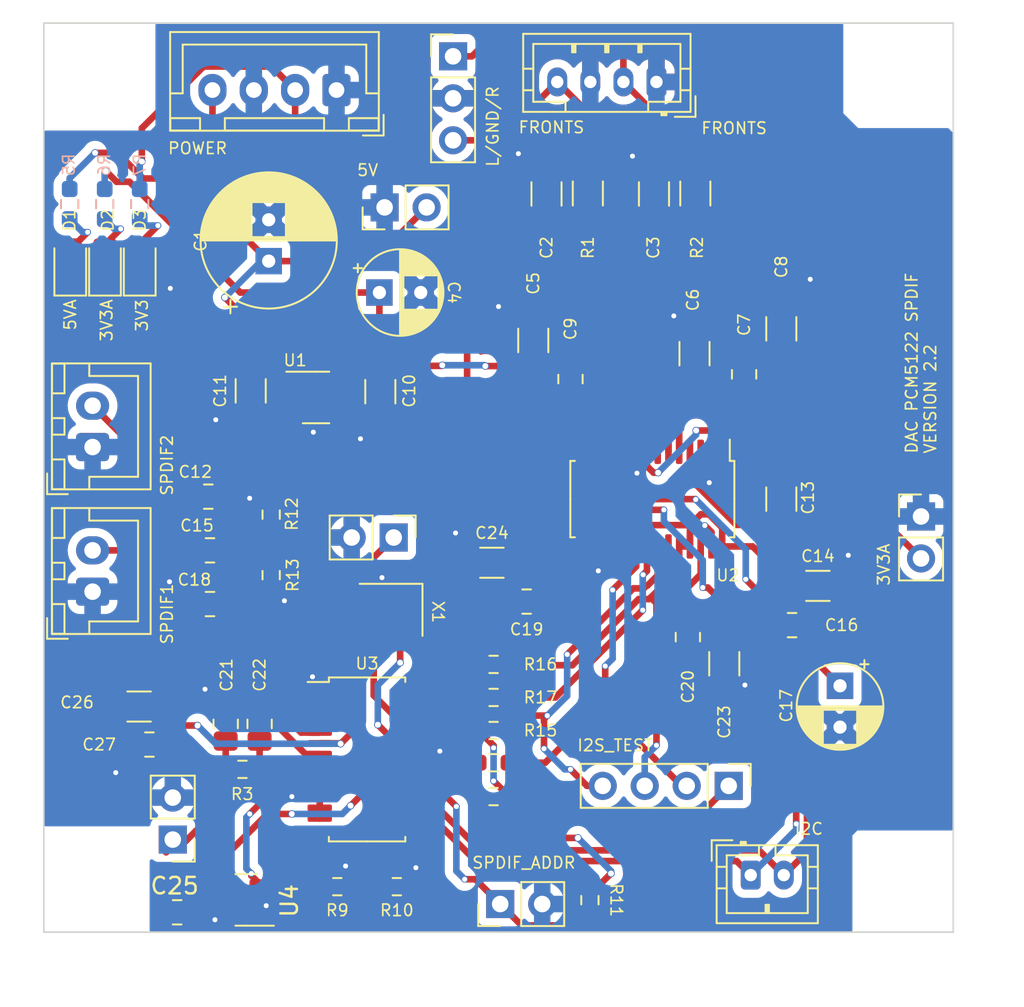
<source format=kicad_pcb>
(kicad_pcb (version 20221018) (generator pcbnew)
  (layers (0 "F.Cu" signal) (31 "B.Cu" signal) (34 "B.Paste" user) (35 "F.Paste" user) (36 "B.SilkS" user "B.Silkscreen") (37 "F.SilkS" user "F.Silkscreen") (38 "B.Mask" user) (39 "F.Mask" user) (44 "Edge.Cuts" user))
  (net 0 "")
  (net 1 "3V3")
  (net 2 "AGND")
  (net 3 "VOUT1")
  (net 4 "LEFT_FRONT")
  (net 5 "VOUT2")
  (net 6 "RIGHT_FRONT")
  (net 7 "Net-(D1-A)")
  (net 8 "Net-(D2-A)")
  (net 9 "Net-(U2-VNEG)")
  (net 10 "5V")
  (net 11 "I2S_DATA")
  (net 12 "I2S_BCLK")
  (net 13 "I2S_LRCLK")
  (net 14 "3V3A")
  (net 15 "I2S_SCLK")
  (net 16 "Net-(U2-CAPP)")
  (net 17 "Net-(U2-CAPM)")
  (net 18 "Net-(U2-LDOO)")
  (net 19 "Net-(D3-A)")
  (net 24 "SCL")
  (net 25 "SDA")
  (net 26 "Net-(U3-~{RESET})")
  (net 28 "SPDIF_P1")
  (net 29 "SPDIF_P2")
  (net 30 "Net-(U3-RXN)")
  (net 31 "Net-(U3-RXP0)")
  (net 32 "Net-(U3-RXP1)")
  (net 33 "FILT")
  (net 34 "Net-(C21-Pad1)")
  (net 35 "Net-(U3-AD0{slash}~{CS}{slash}NV{slash}RERR)")
  (net 36 "Net-(U3-AD1{slash}CDIN{slash}~{AUDIO})")
  (net 37 "Net-(J11-Pin_1)")
  (net 38 "OMCK")
  (net 40 "GPO0")
  (net 41 "Net-(U3-SDOUT)")
  (net 42 "Net-(U3-OLRCK)")
  (net 43 "Net-(U3-OSCLK)")
  (net 44 "Net-(U3-RMCK)")
  (footprint "LED_SMD:LED_0805_2012Metric_Pad1.15x1.40mm_HandSolder" (layer "F.Cu") (at 41.5 39.125 90)
    (fp_text reference "D2")
    (fp_text value "YELLOW")
  )
  (footprint "Capacitor_SMD:C_0805_2012Metric_Pad1.18x1.45mm_HandSolder" (layer "F.Cu") (at 47.85 56.4)
    (fp_text reference "C15")
    (fp_text value "0.01u")
  )
  (footprint "Capacitor_SMD:C_1206_3216Metric_Pad1.33x1.80mm_HandSolder" (layer "F.Cu") (at 82.4 53.3 90)
    (fp_text reference "C13")
    (fp_text value "2.2u")
  )
  (footprint "Resistor_SMD:R_1206_3216Metric_Pad1.30x1.75mm_HandSolder" (layer "F.Cu") (at 77.2 34.8075 -90)
    (fp_text reference "R2")
    (fp_text value "470R")
  )
  (footprint "LED_SMD:LED_0805_2012Metric_Pad1.15x1.40mm_HandSolder" (layer "F.Cu") (at 39.4 39.125 90)
    (fp_text reference "D1")
    (fp_text value "BLUE")
  )
  (footprint "Capacitor_SMD:C_1206_3216Metric_Pad1.33x1.80mm_HandSolder" (layer "F.Cu") (at 78.95 63.2625 -90)
    (fp_text reference "C23")
    (fp_text value "10u")
  )
  (footprint "Capacitor_SMD:C_1206_3216Metric_Pad1.33x1.80mm_HandSolder" (layer "F.Cu") (at 84.6125 58.55)
    (fp_text reference "C14")
    (fp_text value "10u")
  )
  (footprint "Capacitor_SMD:C_0805_2012Metric_Pad1.18x1.45mm_HandSolder" (layer "F.Cu") (at 69.65 46.0375 90)
    (fp_text reference "C9")
    (fp_text value "0.1u")
  )
  (footprint "Capacitor_SMD:C_1206_3216Metric_Pad1.33x1.80mm_HandSolder" (layer "F.Cu") (at 50.3125 46.75 -90)
    (fp_text reference "C11")
    (fp_text value "1u")
  )
  (footprint "Resistor_SMD:R_0603_1608Metric_Pad0.98x0.95mm_HandSolder" (layer "F.Cu") (at 65 63.3)
    (fp_text reference "R16")
    (fp_text value "22R")
  )
  (footprint "Package_SO:TSSOP-28_4.4x9.7mm_P0.65mm" (layer "F.Cu") (at 74.6 53.3 -90)
    (fp_text reference "U2")
    (fp_text value "PCM5122PW")
  )
  (footprint "Connector_PinHeader_2.54mm:PinHeader_1x02_P2.54mm_Vertical" (layer "F.Cu") (at 58.958163 55.622997 -90)
    (fp_text reference "J14" hide)
    (fp_text value "Conn_01x02_Pin")
  )
  (footprint "Capacitor_SMD:C_1206_3216Metric_Pad1.33x1.80mm_HandSolder" (layer "F.Cu") (at 74.7 34.8375 -90)
    (fp_text reference "C3")
    (fp_text value "2.2n")
  )
  (footprint "Resistor_SMD:R_0603_1608Metric_Pad0.98x0.95mm_HandSolder" (layer "F.Cu") (at 59.15 76.75 180)
    (fp_text reference "R10")
    (fp_text value "4.7K")
  )
  (footprint "Resistor_SMD:R_0603_1608Metric_Pad0.98x0.95mm_HandSolder" (layer "F.Cu") (at 55.55 76.75 180)
    (fp_text reference "R9")
    (fp_text value "4.7K")
  )
  (footprint "Resistor_SMD:R_1206_3216Metric_Pad1.30x1.75mm_HandSolder" (layer "F.Cu") (at 70.7 34.8075 -90)
    (fp_text reference "R1")
    (fp_text value "470R")
  )
  (footprint "Capacitor_SMD:C_1206_3216Metric_Pad1.33x1.80mm_HandSolder" (layer "F.Cu") (at 43.5625 65.85)
    (fp_text reference "C26")
    (fp_text value "10u")
  )
  (footprint "Resistor_SMD:R_0603_1608Metric_Pad0.98x0.95mm_HandSolder" (layer "F.Cu") (at 51.55 57.9 -90)
    (fp_text reference "R13")
    (fp_text value "75R")
  )
  (footprint "Resistor_SMD:R_0603_1608Metric_Pad0.98x0.95mm_HandSolder" (layer "F.Cu") (at 70.825332 77.565989 -90)
    (fp_text reference "R11")
    (fp_text value "4.7K")
  )
  (footprint "Connector_JST:JST_PH_B2B-PH-K_1x02_P2.00mm_Vertical" (layer "F.Cu") (at 80.55 76.05)
    (fp_text reference "J4" hide)
    (fp_text value "Conn_01x02_Male")
  )
  (footprint "Capacitor_SMD:C_1206_3216Metric_Pad1.33x1.80mm_HandSolder" (layer "F.Cu") (at 82.4 43 90)
    (fp_text reference "C8")
    (fp_text value "10u")
  )
  (footprint "Package_TO_SOT_SMD:TSOT-23-5" (layer "F.Cu") (at 54.2625 47.15)
    (fp_text reference "U1")
    (fp_text value "NCV8161")
  )
  (footprint "Capacitor_SMD:C_0805_2012Metric_Pad1.18x1.45mm_HandSolder" (layer "F.Cu") (at 48.8 66.9 90)
    (fp_text reference "C21")
    (fp_text value "22n")
  )
  (footprint "Capacitor_THT:CP_Radial_D8.0mm_P2.50mm" (layer "F.Cu") (at 51.4 38.9 90)
    (fp_text reference "C1")
    (fp_text value " 330u 16V")
  )
  (footprint "Capacitor_SMD:C_0805_2012Metric_Pad1.18x1.45mm_HandSolder" (layer "F.Cu") (at 47.85 59.65)
    (fp_text reference "C18")
    (fp_text value "0.01u")
  )
  (footprint "Oscillator:Oscillator_SMD_Abracon_ASE-4Pin_3.2x2.5mm" (layer "F.Cu") (at 58.8 60 180)
    (fp_text reference "X1")
    (fp_text value "ASE-xxxMHz")
  )
  (footprint "Connector_JST:JST_XH_B2B-XH-A_1x02_P2.50mm_Vertical" (layer "F.Cu") (at 40.75 58.9 90)
    (fp_text reference "J9" hide)
    (fp_text value "Conn_01x02_Male")
  )
  (footprint "Package_SO:TSSOP-28_4.4x9.7mm_P0.65mm" (layer "F.Cu") (at 57.35 69.05)
    (fp_text reference "U3")
    (fp_text value "CS8416-xZZ")
  )
  (footprint "Capacitor_SMD:C_0805_2012Metric_Pad1.18x1.45mm_HandSolder" (layer "F.Cu") (at 80.15 45.75 -90)
    (fp_text reference "C7")
    (fp_text value "0.1u")
  )
  (footprint "Capacitor_THT:CP_Radial_D5.0mm_P2.50mm" (layer "F.Cu") (at 85.95 64.594888 -90)
    (fp_text reference "C17")
    (fp_text value "100u 16V")
  )
  (footprint "Connector_PinHeader_2.54mm:PinHeader_1x03_P2.54mm_Vertical" (layer "F.Cu") (at 62.55 26.51)
    (fp_text reference "J1" hide)
    (fp_text value "Conn_01x03_Male")
  )
  (footprint "Resistor_SMD:R_0603_1608Metric_Pad0.98x0.95mm_HandSolder" (layer "F.Cu") (at 49.8125 69.65)
    (fp_text reference "R3")
    (fp_text value "3K")
  )
  (footprint "Resistor_SMD:R_0603_1608Metric_Pad0.98x0.95mm_HandSolder" (layer "F.Cu") (at 65 67.3)
    (fp_text reference "R15")
    (fp_text value "22R")
  )
  (footprint "Connector_PinHeader_2.54mm:PinHeader_1x02_P2.54mm_Vertical" (layer "F.Cu") (at 65.4 77.8 90)
    (fp_text reference "J11" hide)
    (fp_text value "Conn_01x02_Pin")
  )
  (footprint "MountingHole:MountingHole_3.2mm_M3" (layer "F.Cu") (at 90.3 77)
    (fp_text reference "H4" hide)
    (fp_text value "MountingHole")
  )
  (footprint "Capacitor_SMD:C_1206_3216Metric_Pad1.33x1.80mm_HandSolder" (layer "F.Cu") (at 58.15 46.8 -90)
    (fp_text reference "C10")
    (fp_text value "1u")
  )
  (footprint "Resistor_SMD:R_0603_1608Metric_Pad0.98x0.95mm_HandSolder" (layer "F.Cu") (at 65 71.3 180)
    (fp_text reference "R8" hide)
    (fp_text value "47K")
  )
  (footprint "Connector_PinHeader_2.54mm:PinHeader_1x02_P2.54mm_Vertical" (layer "F.Cu") (at 45.6 73.9 180)
    (fp_text reference "J15" hide)
    (fp_text value "Conn_01x02_Pin")
  )
  (footprint "Resistor_SMD:R_0603_1608Metric_Pad0.98x0.95mm_HandSolder" (layer "F.Cu") (at 51.55 54.2375 90)
    (fp_text reference "R12")
    (fp_text value "75R")
  )
  (footprint "Connector_PinHeader_2.54mm:PinHeader_1x02_P2.54mm_Vertical" (layer "F.Cu") (at 58.41 35.65 90)
    (fp_text reference "J8" hide)
    (fp_text value "Conn_01x02_Pin")
  )
  (footprint "Capacitor_THT:CP_Radial_D5.0mm_P2.50mm" (layer "F.Cu") (at 58.094888 40.8)
    (fp_text reference "C4")
    (fp_text value "100u 16V")
  )
  (footprint "Capacitor_SMD:C_1206_3216Metric_Pad1.33x1.80mm_HandSolder" (layer "F.Cu") (at 77.15 44.5 -90)
    (fp_text reference "C6")
    (fp_text value "2.2u")
  )
  (footprint "Capacitor_SMD:C_0805_2012Metric_Pad1.18x1.45mm_HandSolder" (layer "F.Cu") (at 67 59.5 180)
    (fp_text reference "C19")
    (fp_text value "0.1u")
  )
  (footprint "MountingHole:MountingHole_3.2mm_M3" (layer "F.Cu") (at 40.3 27)
    (fp_text reference "H1" hide)
    (fp_text value "MountingHole")
  )
  (footprint "Capacitor_SMD:C_0805_2012Metric_Pad1.18x1.45mm_HandSolder" (layer "F.Cu") (at 44.1875 68.15)
    (fp_text reference "C27")
    (fp_text value "0.1u")
  )
  (footprint "Capacitor_SMD:C_1206_3216Metric_Pad1.33x1.80mm_HandSolder" (layer "F.Cu") (at 68.2 34.8375 -90)
    (fp_text reference "C2")
    (fp_text value "2.2n")
  )
  (footprint "Capacitor_SMD:C_0805_2012Metric_Pad1.18x1.45mm_HandSolder" (layer "F.Cu") (at 45.8625 78.3 180)
    (fp_text reference "C25")
    (fp_text value "0.1u")
  )
  (footprint "LED_SMD:LED_0805_2012Metric_Pad1.15x1.40mm_HandSolder" (layer "F.Cu") (at 43.6 39.125 90)
    (fp_text reference "D3")
    (fp_text value "YELLOW")
  )
  (footprint "Connector_JST:JST_XH_B2B-XH-A_1x02_P2.50mm_Vertical" (layer "F.Cu") (at 40.75 50.15 90)
    (fp_text reference "J7" hide)
    (fp_text value "Conn_01x02_Male")
  )
  (footprint "Package_TO_SOT_SMD:SOT-23" (layer "F.Cu") (at 50.0375 77.55 180)
    (fp_text reference "U4")
    (fp_text value "MCP130")
  )
  (footprint "Resistor_SMD:R_0603_1608Metric_Pad0.98x0.95mm_HandSolder" (layer "F.Cu") (at 65 69.25)
    (fp_text reference "R18" hide)
    (fp_text value "22R")
  )
  (footprint "Connector_PinHeader_2.54mm:PinHeader_1x02_P2.54mm_Vertical" (layer "F.Cu") (at 90.85 54.35)
    (fp_text reference "J6" hide)
    (fp_text value "Conn_01x02_Pin")
  )
  (footprint "Connector_JST:JST_XH_B4B-XH-A_1x04_P2.50mm_Vertical" (layer "F.Cu") (at 55.5 28.55 180)
    (fp_text reference "J3" hide)
    (fp_text value "Conn_01x04_Pin")
  )
  (footprint "Capacitor_SMD:C_0805_2012Metric_Pad1.18x1.45mm_HandSolder" (layer "F.Cu") (at 50.85 66.9 -90)
    (fp_text reference "C22")
    (fp_text value "1n")
  )
  (footprint "Capacitor_SMD:C_1206_3216Metric_Pad1.33x1.80mm_HandSolder" (layer "F.Cu") (at 64.9 57.15 180)
    (fp_text reference "C24")
    (fp_text value "10u")
  )
  (footprint "MountingHole:MountingHole_3.2mm_M3" (layer "F.Cu") (at 40.3 77)
    (fp_text reference "H3" hide)
    (fp_text value "MountingHole")
  )
  (footprint "Resistor_SMD:R_0603_1608Metric_Pad0.98x0.95mm_HandSolder" (layer "F.Cu") (at 65 65.3)
    (fp_text reference "R17")
    (fp_text value "22R")
  )
  (footprint "Capacitor_SMD:C_1206_3216Metric_Pad1.33x1.80mm_HandSolder" (layer "F.Cu") (at 67.4 43.7 90)
    (fp_text reference "C5")
    (fp_text value "10u")
  )
  (footprint "Connector_PinHeader_2.54mm:PinHeader_1x04_P2.54mm_Vertical" (layer "F.Cu") (at 79.22 70.65 -90)
    (fp_text reference "J2" hide)
    (fp_text value "Conn_01x04_Pin")
  )
  (footprint "Capacitor_SMD:C_0805_2012Metric_Pad1.18x1.45mm_HandSolder" (layer "F.Cu") (at 47.75 53.15)
    (fp_text reference "C12")
    (fp_text value "0.01u")
  )
  (footprint "Capacitor_SMD:C_0805_2012Metric_Pad1.18x1.45mm_HandSolder" (layer "F.Cu") (at 76.75 61.65 -90)
    (fp_text reference "C20")
    (fp_text value "0.1u")
  )
  (footprint "MountingHole:MountingHole_3.2mm_M3" (layer "F.Cu") (at 90.05 27.25)
    (fp_text reference "H2" hide)
    (fp_text value "MountingHole")
  )
  (footprint "Connector_JST:JST_PH_B4B-PH-K_1x04_P2.00mm_Vertical" (layer "F.Cu") (at 74.85 28.06 180)
    (fp_text reference "J12" hide)
    (fp_text value "Conn_01x04_Pin")
  )
  (footprint "Capacitor_SMD:C_0805_2012Metric_Pad1.18x1.45mm_HandSolder" (layer "F.Cu") (at 83.05 60.925 180)
    (fp_text reference "C16")
    (fp_text value "0.1u")
  )
  (footprint "Resistor_SMD:R_0603_1608Metric_Pad0.98x0.95mm_HandSolder" (layer "B.Cu") (at 43.6 35.45 -90)
    (fp_text reference "R7")
    (fp_text value "430R")
  )
  (footprint "Resistor_SMD:R_0603_1608Metric_Pad0.98x0.95mm_HandSolder" (layer "B.Cu") (at 41.4825 35.45 -90)
    (fp_text reference "R6")
    (fp_text value "430R")
  )
  (footprint "Resistor_SMD:R_0603_1608Metric_Pad0.98x0.95mm_HandSolder" (layer "B.Cu") (at 39.365 35.45 -90)
    (fp_text reference "R5")
    (fp_text value "1K")
  )
  (gr_line (start 92.8 24.5) (end 92.8 79.5) (stroke (width 0.1)) (layer "Edge.Cuts"))
  (gr_line (start 92.8 79.5) (end 37.8 79.5) (stroke (width 0.1)) (layer "Edge.Cuts"))
  (gr_line (start 37.8 24.5) (end 92.8 24.5) (stroke (width 0.1)) (layer "Edge.Cuts"))
  (gr_line (start 37.8 79.5) (end 37.8 24.5) (stroke (width 0.1)) (layer "Edge.Cuts"))
  (gr_text "FRONTS" (at 66.45 30.81) (layer "F.SilkS") (effects (font (size 0.7 0.7) (thickness 0.1)) (justify left)))
  (gr_text "5V" (at 56.685 33.4) (layer "F.SilkS") (effects (font (size 0.7 0.7) (thickness 0.1)) (justify left)))
  (gr_text "5VA" (at 39.4 43.15 90) (layer "F.SilkS") (effects (font (size 0.7 0.7) (thickness 0.1)) (justify left)))
  (gr_text "POWER" (at 45.25 32.075) (layer "F.SilkS") (effects (font (size 0.7 0.7) (thickness 0.1)) (justify left)))
  (gr_text "3V3A" (at 41.6 43.816667 90) (layer "F.SilkS") (effects (font (size 0.7 0.7) (thickness 0.1)) (justify left)))
  (gr_text "I2C\n" (at 83.15 73.25) (layer "F.SilkS") (effects (font (size 0.7 0.7) (thickness 0.1)) (justify left)))
  (gr_text "FRONTS" (at 77.5 30.86) (layer "F.SilkS") (effects (font (size 0.7 0.7) (thickness 0.1)) (justify left)))
  (gr_text "DAC PCM5122 SPDIF\nVERSION 2.2" (at 90.85 50.6 90) (layer "F.SilkS") (effects (font (size 0.7 0.7) (thickness 0.1)) (justify left)))
  (gr_text "SPDIF_ADDR" (at 63.65 75.3) (layer "F.SilkS") (effects (font (size 0.7 0.7) (thickness 0.1)) (justify left)))
  (gr_text "L/GND/R" (at 64.95 33.25 90) (layer "F.SilkS") (effects (font (size 0.7 0.7) (thickness 0.1)) (justify left)))
  (gr_text "I2S_TEST" (at 70 68.2) (layer "F.SilkS") (effects (font (size 0.7 0.7) (thickness 0.1)) (justify left)))
  (gr_text "SPDIF2" (at 45.25 53.15 90) (layer "F.SilkS") (effects (font (size 0.7 0.7) (thickness 0.1)) (justify left)))
  (gr_text "3V3A" (at 88.6 58.6 90) (layer "F.SilkS") (effects (font (size 0.7 0.7) (thickness 0.1)) (justify left)))
  (gr_text "3V3" (at 43.735 43.216667 90) (layer "F.SilkS") (effects (font (size 0.7 0.7) (thickness 0.1)) (justify left)))
  (gr_text "SPDIF1" (at 45.25 62.15 90) (layer "F.SilkS") (effects (font (size 0.7 0.7) (thickness 0.1)) (justify left)))
  (segment (start 62.15 33.5) (end 63.4 34.75) (width 0.4) (layer "F.Cu") (net 1))
  (segment (start 59.347182 68.075) (end 59.125 68.075) (width 0.4) (layer "F.Cu") (net 1))
  (segment (start 53 31) (end 55.5 33.5) (width 0.4) (layer "F.Cu") (net 1))
  (segment (start 48.575 77.125) (end 49.1 77.65) (width 0.4) (layer "F.Cu") (net 1))
  (segment (start 58.975 69.225) (end 59.175 69.225) (width 0.4) (layer "F.Cu") (net 1))
  (segment (start 63.4 34.75) (end 63.4 53.65) (width 0.4) (layer "F.Cu") (net 1))
  (segment (start 80.6625 56.1625) (end 83.05 58.55) (width 0.4) (layer "F.Cu") (net 1))
  (segment (start 71.025 57.027818) (end 68.552818 59.5) (width 0.4) (layer "F.Cu") (net 1))
  (segment (start 78.825 55.025001) (end 78.019341 54.219342) (width 0.4) (layer "F.Cu") (net 1))
  (segment (start 51.576247 27.126247) (end 47.460716 27.126247) (width 0.4) (layer "F.Cu") (net 1))
  (segment (start 44.825 78.3) (end 46 77.125) (width 0.4) (layer "F.Cu") (net 1))
  (segment (start 68.552818 59.5) (end 68.0375 59.5) (width 0.4) (layer "F.Cu") (net 1))
  (segment (start 63.4 53.65) (end 62.35 54.7) (width 0.4) (layer "F.Cu") (net 1))
  (segment (start 49.1 74.569239) (end 49.1 77.65) (width 0.4) (layer "F.Cu") (net 1))
  (segment (start 59.125 68.075) (end 58 66.95) (width 0.4) (layer "F.Cu") (net 1))
  (segment (start 60.5 60.825) (end 61.75 59.575) (width 0.4) (layer "F.Cu") (net 1))
  (segment (start 66.4625 57.15) (end 66.4625 57.925) (width 0.4) (layer "F.Cu") (net 1))
  (segment (start 59.325 69.375) (end 60.2125 69.375) (width 0.4) (layer "F.Cu") (net 1))
  (segment (start 72.747182 54.875) (end 76.875 54.875) (width 0.4) (layer "F.Cu") (net 1))
  (segment (start 59.025 69.075) (end 59.175 69.225) (width 0.4) (layer "F.Cu") (net 1))
  (segment (start 53 28.55) (end 51.576247 27.126247) (width 0.4) (layer "F.Cu") (net 1))
  (segment (start 59.347182 68.075) (end 59.025 68.397182) (width 0.4) (layer "F.Cu") (net 1))
  (segment (start 83.05 58.55) (end 83.05 59.8875) (width 0.4) (layer "F.Cu") (net 1))
  (segment (start 71.396511 76.653489) (end 72.1 75.95) (width 0.4) (layer "F.Cu") (net 1))
  (segment (start 78.825 56.1625) (end 78.825 55.025001) (width 0.4) (layer "F.Cu") (net 1))
  (segment (start 53 28.55) (end 53 31) (width 0.4) (layer "F.Cu") (net 1))
  (segment (start 64.0125 54.7) (end 66.4625 57.15) (width 0.4) (layer "F.Cu") (net 1))
  (segment (start 70.1 73.8) (end 66.6 73.8) (width 0.4) (layer "F.Cu") (net 1))
  (segment (start 71.025 56.1625) (end 71.025 55.297182) (width 0.4) (layer "F.Cu") (net 1))
  (segment (start 60.2125 69.375) (end 62.175 69.375) (width 0.4) (layer "F.Cu") (net 1))
  (segment (start 61.75 55.3) (end 62.35 54.7) (width 0.4) (layer "F.Cu") (net 1))
  (segment (start 56.35 71.85) (end 58.975 69.225) (width 0.4) (layer "F.Cu") (net 1))
  (segment (start 43.727298 30.859665) (end 43.727298 32.872702) (width 0.4) (layer "F.Cu") (net 1))
  (segment (start 59.35 63.2) (end 59.35 61.325) (width 0.4) (layer "F.Cu") (net 1))
  (segment (start 72.325 55.297182) (end 72.747182 54.875) (width 0.4) (layer "F.Cu") (net 1))
  (segment (start 77.530658 54.219342) (end 76.875 54.875) (width 0.4) (layer "F.Cu") (net 1))
  (segment (start 52.8 72.35) (end 51.319239 72.35) (width 0.4) (layer "F.Cu") (net 1))
  (segment (start 60.2125 68.075) (end 59.347182 68.075) (width 0.4) (layer "F.Cu") (net 1))
  (segment (start 62.175 69.375) (end 64.1 71.3) (width 0.4) (layer "F.Cu") (net 1))
  (segment (start 59.025 68.397182) (end 59.025 69.075) (width 0.4) (layer "F.Cu") (net 1))
  (segment (start 46 77.125) (end 48.575 77.125) (width 0.4) (layer "F.Cu") (net 1))
  (segment (start 72.325 56.1625) (end 72.325 55.297182) (width 0.4) (layer "F.Cu") (net 1))
  (segment (start 61.75 59.575) (end 61.75 55.3) (width 0.4) (layer "F.Cu") (net 1))
  (segment (start 70.825332 76.653489) (end 71.396511 76.653489) (width 0.4) (layer "F.Cu") (net 1))
  (segment (start 59.175 69.225) (end 59.325 69.375) (width 0.4) (layer "F.Cu") (net 1))
  (segment (start 59.85 60.825) (end 60.5 60.825) (width 0.4) (layer "F.Cu") (net 1))
  (segment (start 62.35 54.7) (end 64.0125 54.7) (width 0.4) (layer "F.Cu") (net 1))
  (segment (start 55.5 33.5) (end 62.15 33.5) (width 0.4) (layer "F.Cu") (net 1))
  (segment (start 78.019341 54.219342) (end 77.530658 54.219342) (width 0.4) (layer "F.Cu") (net 1))
  (segment (start 76.875 56.1625) (end 76.225 56.1625) (width 0.4) (layer "F.Cu") (net 1))
  (segment (start 78.825 56.1625) (end 80.6625 56.1625) (width 0.4) (layer "F.Cu") (net 1))
  (segment (start 71.025 56.1625) (end 71.025 57.027818) (width 0.4) (layer "F.Cu") (net 1))
  (segment (start 71.447182 54.875) (end 72.747182 54.875) (width 0.4) (layer "F.Cu") (net 1))
  (segment (start 76.875 54.875) (end 76.875 56.1625) (width 0.4) (layer "F.Cu") (net 1))
  (segment (start 51.319239 72.35) (end 49.1 74.569239) (width 0.4) (layer "F.Cu") (net 1))
  (segment (start 66.6 73.8) (end 64.1 71.3) (width 0.4) (layer "F.Cu") (net 1))
  (segment (start 59.35 61.325) (end 59.85 60.825) (width 0.4) (layer "F.Cu") (net 1))
  (segment (start 83.05 59.8875) (end 82.0125 60.925) (width 0.4) (layer "F.Cu") (net 1))
  (segment (start 47.460716 27.126247) (end 43.727298 30.859665) (width 0.4) (layer "F.Cu") (net 1))
  (segment (start 71.025 55.297182) (end 71.447182 54.875) (width 0.4) (layer "F.Cu") (net 1))
  (segment (start 82.28505 60.925) (end 85.95 64.58995) (width 0.4) (layer "F.Cu") (net 1))
  (segment (start 66.4625 57.925) (end 68.0375 59.5) (width 0.4) (layer "F.Cu") (net 1))
  (via (at 43.727298 32.872702) (size 0.45) (drill 0.35) (layers "F.Cu" "B.Cu") (net 1))
  (via (at 59.35 63.2) (size 0.45) (drill 0.35) (layers "F.Cu" "B.Cu") (net 1))
  (via (at 58 66.95) (size 0.45) (drill 0.35) (layers "F.Cu" "B.Cu") (net 1))
  (via (at 72.1 75.95) (size 0.45) (drill 0.35) (layers "F.Cu" "B.Cu") (net 1))
  (via (at 70.1 73.8) (size 0.45) (drill 0.35) (layers "F.Cu" "B.Cu") (net 1))
  (via (at 56.35 71.85) (size 0.45) (drill 0.35) (layers "F.Cu" "B.Cu") (net 1))
  (via (at 52.8 72.35) (size 0.45) (drill 0.35) (layers "F.Cu" "B.Cu") (net 1))
  (segment (start 43.6 33) (end 43.727298 32.872702) (width 0.4) (layer "B.Cu") (net 1))
  (segment (start 55.85 72.35) (end 56.35 71.85) (width 0.4) (layer "B.Cu") (net 1))
  (segment (start 52.8 72.35) (end 55.85 72.35) (width 0.4) (layer "B.Cu") (net 1))
  (segment (start 72.1 75.95) (end 72.1 75.8) (width 0.4) (layer "B.Cu") (net 1))
  (segment (start 72.1 75.8) (end 70.1 73.8) (width 0.4) (layer "B.Cu") (net 1))
  (segment (start 58 64.55) (end 59.35 63.2) (width 0.4) (layer "B.Cu") (net 1))
  (segment (start 43.6 34.5375) (end 43.6 33) (width 0.4) (layer "B.Cu") (net 1))
  (segment (start 58 66.95) (end 58 64.55) (width 0.4) (layer "B.Cu") (net 1))
  (segment (start 80.15 44.7125) (end 80.15 43.6875) (width 0.4) (layer "F.Cu") (net 2))
  (segment (start 54.4875 71.975) (end 54.4875 71.325) (width 0.4) (layer "F.Cu") (net 2))
  (segment (start 54.4875 71.325) (end 52.825 71.325) (width 0.4) (layer "F.Cu") (net 2))
  (segment (start 78.175 55.297182) (end 77.775832 54.898014) (width 0.4) (layer "F.Cu") (net 2))
  (segment (start 78.95 64.825) (end 79.925 64.825) (width 0.4) (layer "F.Cu") (net 2))
  (segment (start 51.7125 58.8125) (end 52.35 59.45) (width 0.4) (layer "F.Cu") (net 2))
  (segment (start 56.4625 75.9125) (end 56.05 75.5) (width 0.4) (layer "F.Cu") (net 2))
  (segment (start 71.675 56.1625) (end 71.675 57.297058) (width 0.4) (layer "F.Cu") (net 2))
  (segment (start 60.2125 68.725) (end 61.575 68.725) (width 0.4) (layer "F.Cu") (net 2))
  (segment (start 77.15 42.9375) (end 76.62212 42.9375) (width 0.4) (layer "F.Cu") (net 2))
  (segment (start 67.4 42.1375) (end 65.7875 42.1375) (width 0.4) (layer "F.Cu") (net 2))
  (segment (start 79.925 64.825) (end 80.2 64.55) (width 0.4) (layer "F.Cu") (net 2))
  (segment (start 57.75 59.175) (end 57.75 58.55) (width 0.4) (layer "F.Cu") (net 2))
  (segment (start 51.55 53.325) (end 50.325 53.325) (width 0.4) (layer "F.Cu") (net 2))
  (segment (start 50.975 78.6) (end 50.975 78.175) (width 0.4) (layer "F.Cu") (net 2))
  (segment (start 48.2 78.75) (end 48.1 78.65) (width 0.4) (layer "F.Cu") (net 2))
  (segment (start 54.4875 64.825) (end 54.4875 64.4875) (width 0.4) (layer "F.Cu") (net 2))
  (segment (start 54.4875 70.675) (end 54.4875 71.325) (width 0.4) (layer "F.Cu") (net 2))
  (segment (start 71.675 57.297058) (end 71.33248 57.639578) (width 0.4) (layer "F.Cu") (net 2))
  (segment (start 60.0625 76.75) (end 60.0625 75.8375) (width 0.4) (layer "F.Cu") (net 2))
  (segment (start 67.375 33.275) (end 66.5 32.4) (width 0.4) (layer "F.Cu") (net 2))
  (segment (start 50.325 53.325) (end 50.25 53.25) (width 0.4) (layer "F.Cu") (net 2))
  (segment (start 77.525 50.4375) (end 77.525 51.786522) (width 0.4) (layer "F.Cu") (net 2))
  (segment (start 65.7875 42.1375) (end 65.3 41.65) (width 0.4) (layer "F.Cu") (net 2))
  (segment (start 68.2 33.275) (end 67.375 33.275) (width 0.4) (layer "F.Cu") (net 2))
  (segment (start 52.825 71.325) (end 52.8 71.3) (width 0.4) (layer "F.Cu") (net 2))
  (segment (start 77.525 51.786522) (end 78.044239 52.305761) (width 0.4) (layer "F.Cu") (net 2))
  (segment (start 54.4875 64.4875) (end 54.05 64.05) (width 0.4) (layer "F.Cu") (net 2))
  (segment (start 53.125 47.15) (end 53.7875 47.15) (width 0.4) (layer "F.Cu") (net 2))
  (segment (start 63.3375 57.15) (end 63.3375 55.9875) (width 0.4) (layer "F.Cu") (net 2))
  (segment (start 76.8125 62.6875) (end 78.95 64.825) (width 0.4) (layer "F.Cu") (net 2))
  (segment (start 48.15 78.7) (end 48.15 78.75) (width 0.4) (layer "F.Cu") (net 2))
  (segment (start 86.175 58.55) (end 86.175 56.975) (width 0.4) (layer "F.Cu") (net 2))
  (segment (start 43.15 67) (end 42 65.85) (width 0.4) (layer "F.Cu") (net 2))
  (segment (start 54.4875 64.825) (end 54.4875 65.475) (width 0.4) (layer "F.Cu") (net 2))
  (segment (start 48.15 78.75) (end 48.2 78.75) (width 0.4) (layer "F.Cu") (net 2))
  (segment (start 61.575 68.725) (end 61.75 68.55) (width 0.4) (layer "F.Cu") (net 2))
  (segment (start 53.622182 68.725) (end 54.4875 68.725) (width 0.4) (layer "F.Cu") (net 2))
  (segment (start 74.125 33.275) (end 73.4 32.55) (width 0.4) (layer "F.Cu") (net 2))
  (segment (start 41.5 40.15) (end 43.6 40.15) (width 0.4) (layer "F.Cu") (net 2))
  (segment (start 77.775832 54.898014) (end 77.771226 54.898014) (width 0.4) (layer "F.Cu") (net 2))
  (segment (start 84.0875 60.6375) (end 86.175 58.55) (width 0.4) (layer "F.Cu") (net 2))
  (segment (start 69.65 45) (end 69.65 44.3875) (width 0.4) (layer "F.Cu") (net 2))
  (segment (start 54.2375 49.1125) (end 54.1 49.25) (width 0.4) (layer "F.Cu") (net 2))
  (segment (start 54.4875 72.625) (end 54.4875 71.975) (width 0.4) (layer "F.Cu") (net 2))
  (segment (start 47.75 78.3) (end 48.15 78.7) (width 0.4) (layer "F.Cu") (net 2))
  (segment (start 50.975 78.175) (end 51.25 77.9) (width 0.4) (layer "F.Cu") (net 2))
  (segment (start 39.4 40.15) (end 41.5 40.15) (width 0.4) (layer "F.Cu") (net 2))
  (segment (start 56.4625 76.75) (end 56.4625 75.9125) (width 0.4) (layer "F.Cu") (net 2))
  (segment (start 51.2 65.8125) (end 49.15 65.8125) (width 0.4) (layer "F.Cu") (net 2))
  (segment (start 50.85 65.952818) (end 53.622182 68.725) (width 0.4) (layer "F.Cu") (net 2))
  (segment (start 69.65 44.3875) (end 67.4 42.1375) (width 0.4) (layer "F.Cu") (net 2))
  (segment (start 73.625 51.683578) (end 73.670711 51.729289) (width 0.4) (layer "F.Cu") (net 2))
  (segment (start 60.0625 75.8375) (end 60.3 75.6) (width 0.4) (layer "F.Cu") (net 2))
  (segment (start 57.75 58.55) (end 58.25 58.05) (width 0.4) (layer "F.Cu") (net 2))
  (segment (start 46.75 59.65) (end 45.4 58.3) (width 0.4) (layer "F.Cu") (net 2))
  (segment (start 86.175 56.975) (end 86.45 56.7) (width 0.4) (layer "F.Cu") (net 2))
  (segment (start 46.9 78.3) (end 47.75 78.3) (width 0.4) (layer "F.Cu") (net 2))
  (segment (start 73.625 50.4375) (end 73.625 51.683578) (width 0.4) (layer "F.Cu") (net 2))
  (segment (start 43.15 68.85) (end 42.15 69.85) (width 0.4) (layer "F.Cu") (net 2))
  (segment (start 43.15 68.15) (end 43.15 68.85) (width 0.4) (layer "F.Cu") (net 2))
  (segment (start 50.3125 48.3125) (end 48.3875 48.3125) (width 0.4) (layer "F.Cu") (net 2))
  (segment (start 54.2375 47.6) (end 54.2375 49.1125) (width 0.4) (layer "F.Cu") (net 2))
  (segment (start 45.05 40.15) (end 45.45 40.55) (width 0.4) (layer "F.Cu") (net 2))
  (segment (start 72.975 50.4375) (end 73.625 50.4375) (width 0.4) (layer "F.Cu") (net 2))
  (segment (start 78.175 56.1625) (end 78.175 55.297182) (width 0.4) (layer "F.Cu") (net 2))
  (segment (start 43.15 68.15) (end 43.15 67) (width 0.4) (layer "F.Cu") (net 2))
  (segment (start 76.62212 42.9375) (end 75.9 42.21538) (width 0.4) (layer "F.Cu") (net 2))
  (segment (start 53.7875 47.15) (end 54.2375 47.6) (width 0.4) (layer "F.Cu") (net 2))
  (segment (start 48.3875 48.3125) (end 48.2 48.5) (width 0.4) (layer "F.Cu") (net 2))
  (segment (start 43.6 40.15) (end 45.05 40.15) (width 0.4) (layer "F.Cu") (net 2))
  (segment (start 63.3375 55.9875) (end 62.7 55.35) (width 0.4) (layer "F.Cu") (net 2))
  (segment (start 65.6875 59.5) (end 63.3375 57.15) (width 0.4) (layer "F.Cu") (net 2))
  (segment (start 48.6125 65.8625) (end 47.55 64.8) (width 0.4) (layer "F.Cu") (net 2))
  (segment (start 82.7125 41.4375) (end 84.15 40) (width 0.4) (layer "F.Cu") (net 2))
  (segment (start 80.15 43.6875) (end 82.4 41.4375) (width 0.4) (layer "F.Cu") (net 2))
  (segment (start 58.15 48.45) (end 56.95 49.65) (width 0.4) (layer "F.Cu") (net 2))
  (via (at 84.15 40) (size 0.4) (drill 0.3) (layers "F.Cu" "B.Cu") (net 2))
  (via (at 48.2 48.5) (size 0.4) (drill 0.3) (layers "F.Cu" "B.Cu") (net 2))
  (via (at 58.25 58.05) (size 0.4) (drill 0.3) (layers "F.Cu" "B.Cu") (net 2))
  (via (at 61.75 68.55) (size 0.4) (drill 0.3) (layers "F.Cu" "B.Cu") (net 2))
  (via (at 60.3 75.6) (size 0.4) (drill 0.3) (layers "F.Cu" "B.Cu") (net 2))
  (via (at 62.7 55.35) (size 0.4) (drill 0.3) (layers "F.Cu" "B.Cu") (net 2))
  (via (at 45.4 58.3) (size 0.4) (drill 0.3) (layers "F.Cu" "B.Cu") (net 2))
  (via (at 77.771226 54.898014) (size 0.4) (drill 0.3) (layers "F.Cu" "B.Cu") (net 2))
  (via (at 48.15 78.75) (size 0.4) (drill 0.3) (layers "F.Cu" "B.Cu") (net 2))
  (via (at 80.2 64.55) (size 0.4) (drill 0.3) (layers "F.Cu" "B.Cu") (net 2))
  (via (at 66.5 32.4) (size 0.4) (drill 0.3) (layers "F.Cu" "B.Cu") (net 2))
  (via (at 73.670711 51.729289) (size 0.4) (drill 0.3) (layers "F.Cu" "B.Cu") (net 2))
  (via (at 75.9 42.21538) (size 0.4) (drill 0.3) (layers "F.Cu" "B.Cu") (net 2))
  (via (at 47.55 64.8) (size 0.4) (drill 0.3) (layers "F.Cu" "B.Cu") (net 2))
  (via (at 52.35 59.45) (size 0.4) (drill 0.3) (layers "F.Cu" "B.Cu") (net 2))
  (via (at 86.45 56.7) (size 0.4) (drill 0.3) (layers "F.Cu" "B.Cu") (net 2))
  (via (at 51.25 77.9) (size 0.4) (drill 0.3) (layers "F.Cu" "B.Cu") (net 2))
  (via (at 52.8 71.3) (size 0.4) (drill 0.3) (layers "F.Cu" "B.Cu") (net 2))
  (via (at 78.044239 52.305761) (size 0.4) (drill 0.3) (layers "F.Cu" "B.Cu") (net 2))
  (via (at 71.33248 57.639578) (size 0.4) (drill 0.3) (layers "F.Cu" "B.Cu") (net 2))
  (via (at 54.1 49.25) (size 0.4) (drill 0.3) (layers "F.Cu" "B.Cu") (net 2))
  (via (at 73.4 32.55) (size 0.4) (drill 0.3) (layers "F.Cu" "B.Cu") (net 2))
  (via (at 54.05 64.05) (size 0.4) (drill 0.3) (layers "F.Cu" "B.Cu") (net 2))
  (via (at 42.15 69.85) (size 0.4) (drill 0.3) (layers "F.Cu" "B.Cu") (net 2))
  (via (at 65.3 41.65) (size 0.4) (drill 0.3) (layers "F.Cu" "B.Cu") (net 2))
  (via (at 45.45 40.55) (size 0.4) (drill 0.3) (layers "F.Cu" "B.Cu") (net 2))
  (via (at 56.05 75.5) (size 0.4) (drill 0.3) (layers "F.Cu" "B.Cu") (net 2))
  (via (at 50.25 53.25) (size 0.4) (drill 0.3) (layers "F.Cu" "B.Cu") (net 2))
  (via (at 56.95 49.65) (size 0.4) (drill 0.3) (layers "F.Cu" "B.Cu") (net 2))
  (segment (start 75.25 48.708705) (end 75.575 49.033705) (width 0.4) (layer "F.Cu") (net 3))
  (segment (start 75.575 49.033705) (end 75.575 50.4375) (width 0.4) (layer "F.Cu") (net 3))
  (segment (start 74.7 36.4) (end 75.25 36.95) (width 0.4) (layer "F.Cu") (net 3))
  (segment (start 74.7 36.4) (end 77.1575 36.4) (width 0.4) (layer "F.Cu") (net 3))
  (segment (start 75.25 36.95) (end 75.25 48.708705) (width 0.4) (layer "F.Cu") (net 3))
  (segment (start 77.2 32.41) (end 72.85 28.06) (width 0.4) (layer "F.Cu") (net 4))
  (segment (start 72.85 26.55) (end 72.85 28.06) (width 0.4) (layer "F.Cu") (net 4))
  (segment (start 63.69 26.51) (end 65.2 25) (width 0.4) (layer "F.Cu") (net 4))
  (segment (start 62.55 26.51) (end 63.69 26.51) (width 0.4) (layer "F.Cu") (net 4))
  (segment (start 77.2 33.2575) (end 77.2 32.41) (width 0.4) (layer "F.Cu") (net 4))
  (segment (start 71.3 25) (end 72.85 26.55) (width 0.4) (layer "F.Cu") (net 4))
  (segment (start 65.2 25) (end 71.3 25) (width 0.4) (layer "F.Cu") (net 4))
  (segment (start 73.1 38.7575) (end 70.7 36.3575) (width 0.4) (layer "F.Cu") (net 5))
  (segment (start 73.1 47.477944) (end 73.1 38.7575) (width 0.4) (layer "F.Cu") (net 5))
  (segment (start 74.925 49.302944) (end 73.1 47.477944) (width 0.4) (layer "F.Cu") (net 5))
  (segment (start 74.925 50.4375) (end 74.925 49.302944) (width 0.4) (layer "F.Cu") (net 5))
  (segment (start 70.7 36.3575) (end 68.2425 36.3575) (width 0.4) (layer "F.Cu") (net 5))
  (segment (start 62.55 31.59) (end 65.32 31.59) (width 0.4) (layer "F.Cu") (net 6))
  (segment (start 70.7 33.2575) (end 70.7 29.91) (width 0.4) (layer "F.Cu") (net 6))
  (segment (start 65.32 31.59) (end 68.85 28.06) (width 0.4) (layer "F.Cu") (net 6))
  (segment (start 70.7 29.91) (end 68.85 28.06) (width 0.4) (layer "F.Cu") (net 6))
  (segment (start 39.5 38.1) (end 40.45 37.15) (width 0.4) (layer "F.Cu") (net 7))
  (via (at 40.45 37.15) (size 0.4) (drill 0.3) (layers "F.Cu" "B.Cu") (net 7))
  (segment (start 40.45 37.15) (end 40.1525 37.15) (width 0.4) (layer "B.Cu") (net 7))
  (segment (start 40.1525 37.15) (end 39.365 36.3625) (width 0.4) (layer "B.Cu") (net 7))
  (segment (start 41.5 37.9) (end 42.45 36.95) (width 0.4) (layer "F.Cu") (net 8))
  (via (at 42.45 36.95) (size 0.4) (drill 0.3) (layers "F.Cu" "B.Cu") (net 8))
  (segment (start 42.07 36.95) (end 41.4825 36.3625) (width 0.4) (layer "B.Cu") (net 8))
  (segment (start 42.45 36.95) (end 42.07 36.95) (width 0.4) (layer "B.Cu") (net 8))
  (segment (start 77.15 46.0625) (end 76.225 46.9875) (width 0.4) (layer "F.Cu") (net 9))
  (segment (start 76.225 46.9875) (end 76.225 50.4375) (width 0.4) (layer "F.Cu") (net 9))
  (segment (start 42.250001 32.35) (end 43.800001 33.9) (width 0.4) (layer "F.Cu") (net 10))
  (segment (start 53.125 46.2) (end 52.05 46.2) (width 0.4) (layer "F.Cu") (net 10))
  (segment (start 51.325 46.2) (end 50.3125 45.1875) (width 0.4) (layer "F.Cu") (net 10))
  (segment (start 50.3125 42.6625) (end 50.3125 45.1875) (width 0.4) (layer "F.Cu") (net 10))
  (segment (start 57.7 38.9) (end 60.95 35.65) (width 0.4) (layer "F.Cu") (net 10))
  (segment (start 40.9 32.35) (end 42.250001 32.35) (width 0.4) (layer "F.Cu") (net 10))
  (segment (start 48.75 41.1) (end 50.3125 42.6625) (width 0.4) (layer "F.Cu") (net 10))
  (segment (start 43.800001 33.9) (end 48 33.9) (width 0.4) (layer "F.Cu") (net 10))
  (segment (start 52.05 46.2) (end 51.325 46.2) (width 0.4) (layer "F.Cu") (net 10))
  (segment (start 52.0125 47.65) (end 52.0125 46.2375) (width 0.4) (layer "F.Cu") (net 10))
  (segment (start 52.0125 46.2375) (end 52.05 46.2) (width 0.4) (layer "F.Cu") (net 10))
  (segment (start 48 28.55) (end 48 33.9) (width 0.4) (layer "F.Cu") (net 10))
  (segment (start 48 35.5) (end 51.4 38.9) (width 0.4) (layer "F.Cu") (net 10))
  (segment (start 52.4625 48.1) (end 52.0125 47.65) (width 0.4) (layer "F.Cu") (net 10))
  (segment (start 51.4 38.9) (end 57.7 38.9) (width 0.4) (layer "F.Cu") (net 10))
  (segment (start 48 33.9) (end 48 35.5) (width 0.4) (layer "F.Cu") (net 10))
  (segment (start 53.125 48.1) (end 52.4625 48.1) (width 0.4) (layer "F.Cu") (net 10))
  (via (at 40.9 32.35) (size 0.45) (drill 0.35) (layers "F.Cu" "B.Cu") (net 10))
  (via (at 48.75 41.1) (size 0.45) (drill 0.35) (layers "F.Cu" "B.Cu") (net 10))
  (segment (start 39.365 34.5375) (end 39.365 33.885) (width 0.4) (layer "B.Cu") (net 10))
  (segment (start 50.95 38.9) (end 48.75 41.1) (width 0.4) (layer "B.Cu") (net 10))
  (segment (start 39.365 33.885) (end 40.9 32.35) (width 0.4) (layer "B.Cu") (net 10))
  (segment (start 71.6 70.65) (end 70.65 70.65) (width 0.4) (layer "F.Cu") (net 11))
  (segment (start 74.312293 58.526184) (end 74.263991 58.526184) (width 0.4) (layer "F.Cu") (net 11))
  (segment (start 74.090175 58.7) (end 73.45 58.7) (width 0.4) (layer "F.Cu") (net 11))
  (segment (start 70.65 70.65) (end 69.65 69.65) (width 0.4) (layer "F.Cu") (net 11))
  (segment (start 68.05 66.6) (end 68.25 66.4) (width 0.4) (layer "F.Cu") (net 11))
  (segment (start 73.45 58.7) (end 69.45 62.7) (width 0.4) (layer "F.Cu") (net 11))
  (segment (start 66.8125 66.4) (end 65.9125 67.3) (width 0.4) (layer "F.Cu") (net 11))
  (segment (start 68.25 66.4) (end 66.8125 66.4) (width 0.4) (layer "F.Cu") (net 11))
  (segment (start 74.263991 58.526184) (end 74.090175 58.7) (width 0.4) (layer "F.Cu") (net 11))
  (segment (start 74.925 56.1625) (end 74.925 57.913477) (width 0.4) (layer "F.Cu") (net 11))
  (segment (start 74.925 57.913477) (end 74.312293 58.526184) (width 0.4) (layer "F.Cu") (net 11))
  (segment (start 68.05 68.4) (end 68.05 66.6) (width 0.4) (layer "F.Cu") (net 11))
  (via (at 68.25 66.4) (size 0.4) (drill 0.3) (layers "F.Cu" "B.Cu") (net 11))
  (via (at 69.45 62.7) (size 0.4) (drill 0.3) (layers "F.Cu" "B.Cu") (net 11))
  (via (at 68.05 68.4) (size 0.4) (drill 0.3) (layers "F.Cu" "B.Cu") (net 11))
  (via (at 69.65 69.65) (size 0.4) (drill 0.3) (layers "F.Cu" "B.Cu") (net 11))
  (segment (start 69.3 69.65) (end 68.05 68.4) (width 0.4) (layer "B.Cu") (net 11))
  (segment (start 69.45 62.7) (end 69.45 65.2) (width 0.4) (layer "B.Cu") (net 11))
  (segment (start 69.45 65.2) (end 68.25 66.4) (width 0.4) (layer "B.Cu") (net 11))
  (segment (start 69.65 69.65) (end 69.3 69.65) (width 0.4) (layer "B.Cu") (net 11))
  (segment (start 73.3 60.738479) (end 74.020926 60.017553) (width 0.4) (layer "F.Cu") (net 12))
  (segment (start 76.68 70.65) (end 76.380761 70.65) (width 0.4) (layer "F.Cu") (net 12))
  (segment (start 68.738479 65.3) (end 74.020926 60.017553) (width 0.4) (layer "F.Cu") (net 12))
  (segment (start 76.380761 70.65) (end 73.3 67.569239) (width 0.4) (layer "F.Cu") (net 12))
  (segment (start 73.3 67.569239) (end 73.3 60.738479) (width 0.4) (layer "F.Cu") (net 12))
  (segment (start 74.275 57.644239) (end 74.043055 57.876184) (width 0.4) (layer "F.Cu") (net 12))
  (segment (start 65.9125 65.3) (end 68.738479 65.3) (width 0.4) (layer "F.Cu") (net 12))
  (segment (start 74.275 56.1625) (end 74.275 57.644239) (width 0.4) (layer "F.Cu") (net 12))
  (via (at 74.043055 57.876184) (size 0.4) (drill 0.3) (layers "F.Cu" "B.Cu") (net 12))
  (via (at 74.020926 60.017553) (size 0.4) (drill 0.3) (layers "F.Cu" "B.Cu") (net 12))
  (segment (start 74.020926 57.898313) (end 74.043055 57.876184) (width 0.4) (layer "B.Cu") (net 12))
  (segment (start 74.020926 60.017553) (end 74.020926 57.898313) (width 0.4) (layer "B.Cu") (net 12))
  (segment (start 74.85 59.6) (end 74.503857 59.253857) (width 0.4) (layer "F.Cu") (net 13))
  (segment (start 74.503857 59.253857) (end 75.575 58.182715) (width 0.4) (layer "F.Cu") (net 13))
  (segment (start 65.9625 63.35) (end 69.769238 63.35) (width 0.4) (layer "F.Cu") (net 13))
  (segment (start 69.769238 63.35) (end 73.769238 59.35) (width 0.4) (layer "F.Cu") (net 13))
  (segment (start 74.407715 59.35) (end 74.503857 59.253857) (width 0.4) (layer "F.Cu") (net 13))
  (segment (start 73.769238 59.35) (end 74.407715 59.35) (width 0.4) (layer "F.Cu") (net 13))
  (segment (start 75.575 58.182715) (end 75.575 56.1625) (width 0.4) (layer "F.Cu") (net 13))
  (segment (start 74.85 68.2) (end 74.85 59.6) (width 0.4) (layer "F.Cu") (net 13))
  (via (at 74.85 68.2) (size 0.4) (drill 0.3) (layers "F.Cu" "B.Cu") (net 13))
  (segment (start 74.14 70.65) (end 74.14 68.91) (width 0.4) (layer "B.Cu") (net 13))
  (segment (start 74.14 68.91) (end 74.85 68.2) (width 0.4) (layer "B.Cu") (net 13))
  (segment (start 56.325 67.525) (end 56.325 60.505634) (width 0.4) (layer "F.Cu") (net 14))
  (segment (start 56.65 49.030762) (end 56.65 46.2) (width 0.4) (layer "F.Cu") (net 14))
  (segment (start 74.672182 51.7) (end 74.275 51.302818) (width 0.4) (layer "F.Cu") (net 14))
  (segment (start 78.825 49.572182) (end 78.402818 49.15) (width 0.4) (layer "F.Cu") (net 14))
  (segment (start 80.15 46.7875) (end 80.15 49.1125) (width 0.4) (layer "F.Cu") (net 14))
  (segment (start 42.980762 34.1) (end 49.680762 40.8) (width 0.4) (layer "F.Cu") (net 14))
  (segment (start 56.325 60.505634) (end 54.95 59.130634) (width 0.4) (layer "F.Cu") (net 14))
  (segment (start 78.402818 49.15) (end 77.25 49.15) (width 0.4) (layer "F.Cu") (net 14))
  (segment (start 84.3975 50.4375) (end 90.85 56.89) (width 0.4) (layer "F.Cu") (net 14))
  (segment (start 71.777818 47.075) (end 69.65 47.075) (width 0.4) (layer "F.Cu") (net 14))
  (segment (start 58.094888 40.8) (end 58.094888 45.182388) (width 0.4) (layer "F.Cu") (net 14))
  (segment (start 54.4875 68.075) (end 55.725 68.075) (width 0.4) (layer "F.Cu") (net 14))
  (segment (start 74.95 51.7) (end 74.672182 51.7) (width 0.4) (layer "F.Cu") (net 14))
  (segment (start 78.825 50.4375) (end 78.825 49.572182) (width 0.4) (layer "F.Cu") (net 14))
  (segment (start 49.680762 40.8) (end 58.094888 40.8) (width 0.4) (layer "F.Cu") (net 14))
  (segment (start 47.1 67) (end 46.275 67) (width 0.4) (layer "F.Cu") (net 14))
  (segment (start 74.275 49.572182) (end 71.777818 47.075) (width 0.4) (layer "F.Cu") (net 14))
  (segment (start 58.15 45.2375) (end 61.8625 45.2375) (width 0.4) (layer "F.Cu") (net 14))
  (segment (start 55.725 68.075) (end 55.75 68.1) (width 0.4) (layer "F.Cu") (net 14))
  (segment (start 78.825 50.4375) (end 84.3975 50.4375) (width 0.4) (layer "F.Cu") (net 14))
  (segment (start 56.65 46.2) (end 57.1875 46.2) (width 0.4) (layer "F.Cu") (net 14))
  (segment (start 74.275 50.4375) (end 74.275 49.572182) (width 0.4) (layer "F.Cu") (net 14))
  (segment (start 64.5 45.25) (end 67.3875 45.25) (width 0.4) (layer "F.Cu") (net 14))
  (segment (start 41.55 33.45) (end 42.2 34.1) (width 0.4) (layer "F.Cu") (net 14))
  (segment (start 46.275 67) (end 45.125 65.85) (width 0.4) (layer "F.Cu") (net 14))
  (segment (start 55.75 68.1) (end 56.325 67.525) (width 0.4) (layer "F.Cu") (net 14))
  (segment (start 45.125 65.85) (end 45.125 68.05) (width 0.4) (layer "F.Cu") (net 14))
  (segment (start 42.2 34.1) (end 42.980762 34.1) (width 0.4) (layer "F.Cu") (net 14))
  (segment (start 54.95 59.130634) (end 54.95 50.730762) (width 0.4) (layer "F.Cu") (net 14))
  (segment (start 57.1875 46.2) (end 58.15 45.2375) (width 0.4) (layer "F.Cu") (net 14))
  (segment (start 80.15 49.1125) (end 78.825 50.4375) (width 0.4) (layer "F.Cu") (net 14))
  (segment (start 80.175 46.7875) (end 82.4 44.5625) (width 0.4) (layer "F.Cu") (net 14))
  (segment (start 55.4 46.2) (end 56.65 46.2) (width 0.4) (layer "F.Cu") (net 14))
  (segment (start 67.8375 45.2625) (end 69.65 47.075) (width 0.4) (layer "F.Cu") (net 14))
  (segment (start 61.8625 45.2375) (end 61.9 45.2) (width 0.4) (layer "F.Cu") (net 14))
  (segment (start 74.275 51.302818) (end 74.275 50.4375) (width 0.4) (layer "F.Cu") (net 14))
  (segment (start 54.95 50.730762) (end 56.65 49.030762) (width 0.4) (layer "F.Cu") (net 14))
  (via (at 55.75 68.1) (size 0.45) (drill 0.35) (layers "F.Cu" "B.Cu") (net 14))
  (via (at 77.25 49.15) (size 0.45) (drill 0.35) (layers "F.Cu" "B.Cu") (net 14))
  (via (at 47.1 67) (size 0.45) (drill 0.35) (layers "F.Cu" "B.Cu") (net 14))
  (via (at 61.9 45.2) (size 0.45) (drill 0.35) (layers "F.Cu" "B.Cu") (net 14))
  (via (at 41.55 33.45) (size 0.45) (drill 0.35) (layers "F.Cu" "B.Cu") (net 14))
  (via (at 74.95 51.7) (size 0.45) (drill 0.35) (layers "F.Cu" "B.Cu") (net 14))
  (via (at 64.5 45.25) (size 0.45) (drill 0.35) (layers "F.Cu" "B.Cu") (net 14))
  (segment (start 48.2 68.1) (end 47.1 67) (width 0.4) (layer "B.Cu") (net 14))
  (segment (start 77.25 49.15) (end 77.25 49.4) (width 0.4) (layer "B.Cu") (net 14))
  (segment (start 77.25 49.4) (end 74.95 51.7) (width 0.4) (layer "B.Cu") (net 14))
  (segment (start 41.4825 33.5175) (end 41.55 33.45) (width 0.4) (layer "B.Cu") (net 14))
  (segment (start 55.75 68.1) (end 48.2 68.1) (width 0.4) (layer "B.Cu") (net 14))
  (segment (start 41.4825 34.5375) (end 41.4825 33.5175) (width 0.4) (layer "B.Cu") (net 14))
  (segment (start 64.45 45.2) (end 64.5 45.25) (width 0.4) (layer "B.Cu") (net 14))
  (segment (start 61.9 45.2) (end 64.45 45.2) (width 0.4) (layer "B.Cu") (net 14))
  (segment (start 73.625 56.1625) (end 73.625 57.375) (width 0.4) (layer "F.Cu") (net 15))
  (segment (start 68.119239 69.25) (end 65.9125 69.25) (width 0.4) (layer "F.Cu") (net 15))
  (segment (start 73.625 57.375) (end 72.2 58.8) (width 0.4) (layer "F.Cu") (net 15))
  (segment (start 71.75 63.4) (end 71.75 65.619239) (width 0.4) (layer "F.Cu") (net 15))
  (segment (start 79.22 70.65) (end 77.72 72.15) (width 0.4) (layer "F.Cu") (net 15))
  (segment (start 71.75 65.619239) (end 68.119239 69.25) (width 0.4) (layer "F.Cu") (net 15))
  (segment (start 77.72 72.15) (end 70.15 72.15) (width 0.4) (layer "F.Cu") (net 15))
  (segment (start 70.15 72.15) (end 67.25 69.25) (width 0.4) (layer "F.Cu") (net 15))
  (segment (start 67.25 69.25) (end 65.9125 69.25) (width 0.4) (layer "F.Cu") (net 15))
  (via (at 71.75 63.4) (size 0.4) (drill 0.3) (layers "F.Cu" "B.Cu") (net 15))
  (via (at 72.2 58.8) (size 0.4) (drill 0.3) (layers "F.Cu" "B.Cu") (net 15))
  (segment (start 72.2 62.95) (end 72.2 58.8) (width 0.4) (layer "B.Cu") (net 15))
  (segment (start 71.75 63.4) (end 72.2 62.95) (width 0.4) (layer "B.Cu") (net 15))
  (segment (start 82.4 51.7375) (end 78.609682 51.7375) (width 0.4) (layer "F.Cu") (net 16))
  (segment (start 78.175 51.302818) (end 78.175 50.4375) (width 0.4) (layer "F.Cu") (net 16))
  (segment (start 78.609682 51.7375) (end 78.175 51.302818) (width 0.4) (layer "F.Cu") (net 16))
  (segment (start 79.681739 54.8625) (end 76.875 52.055761) (width 0.4) (layer "F.Cu") (net 17))
  (segment (start 82.4 54.8625) (end 79.681739 54.8625) (width 0.4) (layer "F.Cu") (net 17))
  (segment (start 76.875 52.055761) (end 76.875 50.4375) (width 0.4) (layer "F.Cu") (net 17))
  (segment (start 76.75 60.6125) (end 77.8625 60.6125) (width 0.4) (layer "F.Cu") (net 18))
  (segment (start 76.75 58.630761) (end 76.75 60.6125) (width 0.4) (layer "F.Cu") (net 18))
  (segment (start 77.525 56.1625) (end 77.525 57.855761) (width 0.4) (layer "F.Cu") (net 18))
  (segment (start 77.8625 60.6125) (end 78.95 61.7) (width 0.4) (layer "F.Cu") (net 18))
  (segment (start 77.525 57.855761) (end 76.75 58.630761) (width 0.4) (layer "F.Cu") (net 18))
  (segment (start 43.6 37.85) (end 44.7 36.75) (width 0.4) (layer "F.Cu") (net 19))
  (via (at 44.7 36.75) (size 0.4) (drill 0.3) (layers "F.Cu" "B.Cu") (net 19))
  (segment (start 44.7 36.75) (end 43.9875 36.75) (width 0.4) (layer "B.Cu") (net 19))
  (segment (start 43.9875 36.75) (end 43.6 36.3625) (width 0.4) (layer "B.Cu") (net 19))
  (segment (start 61.355762 72.625) (end 63.930762 75.2) (width 0.4) (layer "F.Cu") (net 24))
  (segment (start 79.7 75.2) (end 80.55 76.05) (width 0.4) (layer "F.Cu") (net 24))
  (segment (start 71.675 51.694238) (end 73.930762 53.95) (width 0.4) (layer "F.Cu") (net 24))
  (segment (start 77.65 58.65) (end 77.95245 58.65) (width 0.4) (layer "F.Cu") (net 24))
  (segment (start 73.930762 53.95) (end 75.3 53.95) (width 0.4) (layer "F.Cu") (net 24))
  (segment (start 80.3 61.95) (end 83.3 64.95) (width 0.4) (layer "F.Cu") (net 24))
  (segment (start 63.930762 75.2) (end 79.7 75.2) (width 0.4) (layer "F.Cu") (net 24))
  (segment (start 77.95245 58.65) (end 80.3 60.99755) (width 0.4) (layer "F.Cu") (net 24))
  (segment (start 71.675 50.4375) (end 71.675 51.694238) (width 0.4) (layer "F.Cu") (net 24))
  (segment (start 83.3 64.95) (end 83.3 72.95) (width 0.4) (layer "F.Cu") (net 24))
  (segment (start 60.2125 72.625) (end 61.355762 72.625) (width 0.4) (layer "F.Cu") (net 24))
  (segment (start 80.3 60.99755) (end 80.3 61.95) (width 0.4) (layer "F.Cu") (net 24))
  (via (at 83.3 72.95) (size 0.4) (drill 0.3) (layers "F.Cu" "B.Cu") (net 24))
  (via (at 77.65 58.65) (size 0.4) (drill 0.3) (layers "F.Cu" "B.Cu") (net 24))
  (via (at 75.3 53.95) (size 0.4) (drill 0.3) (layers "F.Cu" "B.Cu") (net 24))
  (segment (start 77.65 57) (end 77.65 58.65) (width 0.4) (layer "B.Cu") (net 24))
  (segment (start 83.3 73.3) (end 83.3 72.95) (width 0.4) (layer "B.Cu") (net 24))
  (segment (start 75.3 54.65) (end 77.65 57) (width 0.4) (layer "B.Cu") (net 24))
  (segment (start 75.3 53.95) (end 75.3 54.65) (width 0.4) (layer "B.Cu") (net 24))
  (segment (start 80.55 76.05) (end 83.3 73.3) (width 0.4) (layer "B.Cu") (net 24))
  (segment (start 64.2 74.55) (end 81.05 74.55) (width 0.4) (layer "F.Cu") (net 25))
  (segment (start 74.322182 53.3) (end 72.325 51.302818) (width 0.4) (layer "F.Cu") (net 25))
  (segment (start 82.55 76.05) (end 83.95 74.65) (width 0.4) (layer "F.Cu") (net 25))
  (segment (start 77.200707 53.3) (end 74.322182 53.3) (width 0.4) (layer "F.Cu") (net 25))
  (segment (start 83.95 74.65) (end 83.95 64.66495) (width 0.4) (layer "F.Cu") (net 25))
  (segment (start 77.225354 53.324647) (end 77.200707 53.3) (width 0.4) (layer "F.Cu") (net 25))
  (segment (start 61.625 71.975) (end 64.2 74.55) (width 0.4) (layer "F.Cu") (net 25))
  (segment (start 60.2125 71.975) (end 61.625 71.975) (width 0.4) (layer "F.Cu") (net 25))
  (segment (start 72.325 51.302818) (end 72.325 50.4375) (width 0.4) (layer "F.Cu") (net 25))
  (segment (start 80.95 58.85) (end 80.25 58.15) (width 0.4) (layer "F.Cu") (net 25))
  (segment (start 83.95 64.66495) (end 80.95 61.66495) (width 0.4) (layer "F.Cu") (net 25))
  (segment (start 81.05 74.55) (end 82.55 76.05) (width 0.4) (layer "F.Cu") (net 25))
  (segment (start 80.95 61.66495) (end 80.95 58.85) (width 0.4) (layer "F.Cu") (net 25))
  (via (at 77.225354 53.324647) (size 0.4) (drill 0.3) (layers "F.Cu" "B.Cu") (net 25))
  (via (at 80.25 58.15) (size 0.4) (drill 0.3) (layers "F.Cu" "B.Cu") (net 25))
  (segment (start 77.225354 53.324647) (end 80.25 56.349293) (width 0.4) (layer "B.Cu") (net 25))
  (segment (start 80.25 56.349293) (end 80.25 58.15) (width 0.4) (layer "B.Cu") (net 25))
  (segment (start 54.4875 70.025) (end 52.574998 70.025) (width 0.4) (layer "F.Cu") (net 26))
  (segment (start 50.35 76.075) (end 50.975 76.7) (width 0.4) (layer "F.Cu") (net 26))
  (segment (start 54.4875 70.025) (end 55.352818 70.025) (width 0.4) (layer "F.Cu") (net 26))
  (segment (start 52.574998 70.025) (end 50.249998 72.35) (width 0.4) (layer "F.Cu") (net 26))
  (segment (start 50.35 75.95) (end 50.35 76.075) (width 0.4) (layer "F.Cu") (net 26))
  (via (at 50.249998 72.35) (size 0.4) (drill 0.3) (layers "F.Cu" "B.Cu") (net 26))
  (via (at 50.35 75.95) (size 0.4) (drill 0.3) (layers "F.Cu" "B.Cu") (net 26))
  (segment (start 50.05 75.65) (end 50.05 72.549998) (width 0.4) (layer "B.Cu") (net 26))
  (segment (start 50.05 72.549998) (end 50.249998 72.35) (width 0.4) (layer "B.Cu") (net 26))
  (segment (start 50.35 75.95) (end 50.05 75.65) (width 0.4) (layer "B.Cu") (net 26))
  (segment (start 49.7875 55.225) (end 47.9875 55.225) (width 0.4) (layer "F.Cu") (net 28))
  (segment (start 40.75 56.4) (end 46.8125 56.4) (width 0.4) (layer "F.Cu") (net 28))
  (segment (start 47.9875 55.225) (end 46.8125 56.4) (width 0.4) (layer "F.Cu") (net 28))
  (segment (start 51.55 56.9875) (end 49.7875 55.225) (width 0.4) (layer "F.Cu") (net 28))
  (segment (start 46.25 53.15) (end 46.7125 53.15) (width 0.4) (layer "F.Cu") (net 29))
  (segment (start 50.725 54.325) (end 47.8875 54.325) (width 0.4) (layer "F.Cu") (net 29))
  (segment (start 51.55 55.15) (end 50.725 54.325) (width 0.4) (layer "F.Cu") (net 29))
  (segment (start 47.8875 54.325) (end 46.7125 53.15) (width 0.4) (layer "F.Cu") (net 29))
  (segment (start 40.75 47.65) (end 46.25 53.15) (width 0.4) (layer "F.Cu") (net 29))
  (segment (start 52.55 63.3125) (end 52.55 66.622057) (width 0.4) (layer "F.Cu") (net 30))
  (segment (start 48.8875 59.65) (end 52.55 63.3125) (width 0.4) (layer "F.Cu") (net 30))
  (segment (start 52.55 66.622057) (end 53.352944 67.425) (width 0.4) (layer "F.Cu") (net 30))
  (segment (start 53.352944 67.425) (end 54.4875 67.425) (width 0.4) (layer "F.Cu") (net 30))
  (segment (start 54.4875 66.775) (end 53.622182 66.775) (width 0.4) (layer "F.Cu") (net 31))
  (segment (start 48.8875 57.84755) (end 48.8875 56.4) (width 0.4) (layer "F.Cu") (net 31))
  (segment (start 53.2 66.352818) (end 53.2 62.16005) (width 0.4) (layer "F.Cu") (net 31))
  (segment (start 53.622182 66.775) (end 53.2 66.352818) (width 0.4) (layer "F.Cu") (net 31))
  (segment (start 53.2 62.16005) (end 48.8875 57.84755) (width 0.4) (layer "F.Cu") (net 31))
  (segment (start 49.55 52.3875) (end 52.072272 52.3875) (width 0.4) (layer "F.Cu") (net 32))
  (segment (start 55.352818 66.125) (end 54.4875 66.125) (width 0.4) (layer "F.Cu") (net 32))
  (segment (start 52.072272 52.3875) (end 54.3 54.615228) (width 0.4) (layer "F.Cu") (net 32))
  (segment (start 55.675 65.802818) (end 55.352818 66.125) (width 0.4) (layer "F.Cu") (net 32))
  (segment (start 48.7875 53.15) (end 49.55 52.3875) (width 0.4) (layer "F.Cu") (net 32))
  (segment (start 54.3 63.122182) (end 55.675 64.497182) (width 0.4) (layer "F.Cu") (net 32))
  (segment (start 55.675 64.497182) (end 55.675 65.802818) (width 0.4) (layer "F.Cu") (net 32))
  (segment (start 54.3 54.615228) (end 54.3 63.122182) (width 0.4) (layer "F.Cu") (net 32))
  (segment (start 46.175 74.2) (end 50.725 69.65) (width 0.4) (layer "F.Cu") (net 33))
  (segment (start 54.4875 69.375) (end 51 69.375) (width 0.4) (layer "F.Cu") (net 33))
  (segment (start 45.2 74.675) (end 45.2 74.2) (width 0.4) (layer "F.Cu") (net 33))
  (segment (start 50.85 67.9375) (end 50.85 69.525) (width 0.4) (layer "F.Cu") (net 33))
  (segment (start 45.2 74.2) (end 46.175 74.2) (width 0.4) (layer "F.Cu") (net 33))
  (segment (start 51 69.375) (end 50.725 69.65) (width 0.4) (layer "F.Cu") (net 33))
  (segment (start 48.8 67.9375) (end 48.8 69.55) (width 0.4) (layer "F.Cu") (net 34))
  (segment (start 54.6375 76.75) (end 54.6375 73.425) (width 0.4) (layer "F.Cu") (net 35))
  (segment (start 54.6375 73.425) (end 54.4875 73.275) (width 0.4) (layer "F.Cu") (net 35))
  (segment (start 58.2375 76.75) (end 58.2375 75.25) (width 0.4) (layer "F.Cu") (net 36))
  (segment (start 58.2375 75.25) (end 60.2125 73.275) (width 0.4) (layer "F.Cu") (net 36))
  (segment (start 60.2125 71.325) (end 62.175 71.325) (width 0.4) (layer "F.Cu") (net 37))
  (segment (start 66.695344 79.095344) (end 65.4 77.8) (width 0.4) (layer "F.Cu") (net 37))
  (segment (start 70.825332 78.478489) (end 70.208477 79.095344) (width 0.4) (layer "F.Cu") (net 37))
  (segment (start 63.9 76.3) (end 65.4 77.8) (width 0.4) (layer "F.Cu") (net 37))
  (segment (start 70.208477 79.095344) (end 66.695344 79.095344) (width 0.4) (layer "F.Cu") (net 37))
  (segment (start 63.25 76.3) (end 63.9 76.3) (width 0.4) (layer "F.Cu") (net 37))
  (segment (start 62.175 71.325) (end 62.75 71.9) (width 0.4) (layer "F.Cu") (net 37))
  (via (at 62.75 71.9) (size 0.4) (drill 0.3) (layers "F.Cu" "B.Cu") (net 37))
  (via (at 63.25 76.3) (size 0.4) (drill 0.3) (layers "F.Cu" "B.Cu") (net 37))
  (segment (start 62.75 71.9) (end 62.75 75.8) (width 0.4) (layer "B.Cu") (net 37))
  (segment (start 62.75 75.8) (end 63.25 76.3) (width 0.4) (layer "B.Cu") (net 37))
  (segment (start 56.65 57.93116) (end 58.958163 55.622997) (width 0.4) (layer "F.Cu") (net 38))
  (segment (start 56.65 59.911396) (end 56.65 57.93116) (width 0.4) (layer "F.Cu") (net 38))
  (segment (start 59.347182 66.775) (end 60.2125 66.775) (width 0.4) (layer "F.Cu") (net 38))
  (segment (start 57.75 60.825) (end 57.75 65.177818) (width 0.4) (layer "F.Cu") (net 38))
  (segment (start 57.75 65.177818) (end 59.347182 66.775) (width 0.4) (layer "F.Cu") (net 38))
  (segment (start 57.563604 60.825) (end 56.65 59.911396) (width 0.4) (layer "F.Cu") (net 38))
  (segment (start 65.925 71.275) (end 65 70.35) (width 0.4) (layer "F.Cu") (net 41))
  (segment (start 62.9125 66.125) (end 64.0875 67.3) (width 0.4) (layer "F.Cu") (net 41))
  (segment (start 60.2125 66.125) (end 62.9125 66.125) (width 0.4) (layer "F.Cu") (net 41))
  (segment (start 65 68.35) (end 65 68.2125) (width 0.4) (layer "F.Cu") (net 41))
  (segment (start 65 68.2125) (end 64.0875 67.3) (width 0.4) (layer "F.Cu") (net 41))
  (via (at 65 68.35) (size 0.4) (drill 0.3) (layers "F.Cu" "B.Cu") (net 41))
  (via (at 65 70.35) (size 0.4) (drill 0.3) (layers "F.Cu" "B.Cu") (net 41))
  (segment (start 65 70.35) (end 65 68.35) (width 0.4) (layer "B.Cu") (net 41))
  (segment (start 62.5625 64.825) (end 64.0875 63.3) (width 0.4) (layer "F.Cu") (net 42))
  (segment (start 60.2125 64.825) (end 62.5625 64.825) (width 0.4) (layer "F.Cu") (net 42))
  (segment (start 60.2125 65.475) (end 63.9125 65.475) (width 0.4) (layer "F.Cu") (net 43))
  (segment (start 62.2625 67.425) (end 64.0875 69.25) (width 0.4) (layer "F.Cu") (net 44))
  (segment (start 60.2125 67.425) (end 62.2625 67.425) (width 0.4) (layer "F.Cu") (net 44))
  (zone (net 2) (net_name "AGND") (layer "F.Cu") (priority 1) (connect_pads (clearance 0.5)) (min_thickness 0.25) (fill yes (thermal_gap 0.5) (thermal_bridge_width 1) (smoothing fillet) (radius 1))
    (polygon (pts (xy 83.85 46.15) (xy 77.8 49.25) (xy 68.1 49.25) (xy 63.7 44.311222) (xy 63.7 35.614815) (xy 63.8 35.7) (xy 60.75 35.7) (xy 60.75 23.65) (xy 83.85 23.65)))
  )
  (zone (net 2) (net_name "AGND") (layer "B.Cu") (connect_pads (clearance 0.5)) (min_thickness 0.25) (fill yes (thermal_gap 0.5) (thermal_bridge_width 1))
    (polygon (pts (xy 44.55 23.8) (xy 44.55 30.7) (xy 44.25 31) (xy 37.2 31) (xy 37.2 72.95) (xy 37.35 73.1) (xy 44.2 73.1) (xy 44.2 79.8) (xy 44.05 79.95) (xy 86.35 79.95) (xy 86.7 79.6) (xy 86.7 73.65) (xy 87 73.35) (xy 93.05 73.35) (xy 93.3 73.1) (xy 93.3 31.65) (xy 92.5 30.85) (xy 87.05 30.85) (xy 86.15 29.95) (xy 86.15 24.15) (xy 85.7 23.7) (xy 44.65 23.7)))
  )
)
</source>
